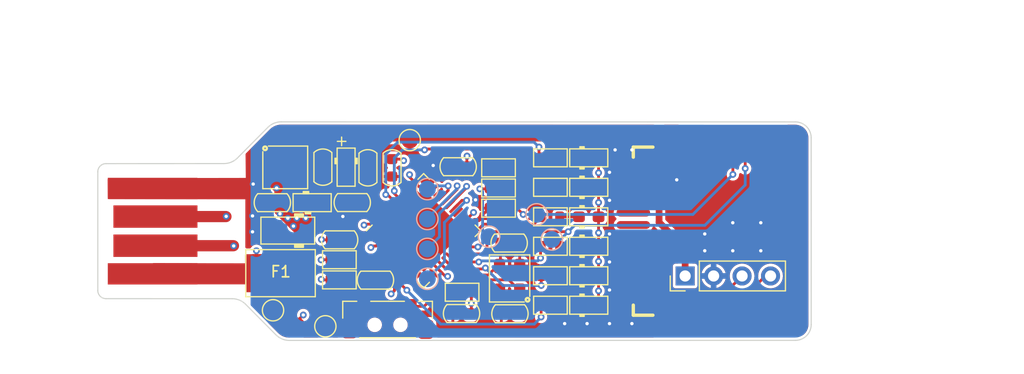
<source format=kicad_pcb>
(kicad_pcb (version 20211014) (generator pcbnew)
  (title_block (title "Redox W receiver PCB*") (company "Smart Navigation Systems d.o.o. Croatia"))
  (layers (0 "F.Cu" signal) (1 "In1.Cu" power) (2 "In2.Cu" power) (31 "B.Cu" signal) (34 "B.Paste" user) (35 "F.Paste" user) (36 "B.SilkS" user "B.Silkscreen") (37 "F.SilkS" user "F.Silkscreen") (38 "B.Mask" user) (39 "F.Mask" user) (44 "Edge.Cuts" user))
  (net 0 "")
  (net 1 "/AREF")
  (net 2 "GND")
  (net 3 "VCC")
  (net 4 "Net-(C5-Pad1)")
  (net 5 "UVCC")
  (net 6 "+3V3")
  (net 7 "Net-(C2-Pad2)")
  (net 8 "/FUSED")
  (net 9 "Net-(C4-Pad2)")
  (net 10 "Net-(D4-Pad1)")
  (net 11 "Net-(D5-Pad1)")
  (net 12 "Net-(D6-Pad1)")
  (net 13 "Net-(D7-Pad1)")
  (net 14 "Net-(D1-Pad1)")
  (net 15 "Net-(D3-Pad1)")
  (net 16 "SWDIO")
  (net 17 "SWCLK")
  (net 18 "RESET")
  (net 19 "/C_D3")
  (net 20 "/C_D2")
  (net 21 "/TX_LED")
  (net 22 "D+")
  (net 23 "Net-(R6-Pad1)")
  (net 24 "D-")
  (net 25 "/C_A3")
  (net 26 "/C_A2")
  (net 27 "TXO")
  (net 28 "TXODIV")
  (net 34 "RXI")
  (net 37 "PB4")
  (net 38 "PB5")
  (net 39 "PB6")
  (net 40 "PD7")
  (net 77 "/D-OUT")
  (net 78 "/D+OUT")
  (footprint "Diode_SMD_AKL:D_0603_1608Metric_Pad1.05x0.95mm" (layer "F.Cu") (at 104.65 67.21)
    (fp_text reference "D6" hide)
    (fp_text value "Blue" hide)
  )
  (footprint "Resistor_SMD_AKL:R_0603_1608Metric" (layer "F.Cu") (at 101.23 77.73)
    (fp_text reference "R2" hide)
    (fp_text value "1k" hide)
  )
  (footprint "Capacitor_SMD_AKL:C_0603_1608Metric" (layer "F.Cu") (at 83.55 71.2 180)
    (fp_text reference "C1" hide)
    (fp_text value "100n" hide)
  )
  (footprint "Resistor_SMD_AKL:R_0603_1608Metric" (layer "F.Cu") (at 101.23 80.36)
    (fp_text reference "R4" hide)
    (fp_text value "1k" hide)
  )
  (footprint "Capacitor_Tantalum_SMD_AKL:CP_EIA-1608-10_AVX-L_Pad1.25x1.05mm" (layer "F.Cu") (at 83 68.04 -90)
    (fp_text reference "C8" hide)
    (fp_text value "10uF" hide)
  )
  (footprint "Resistor_SMD_AKL:R_0603_1608Metric" (layer "F.Cu") (at 101.23 69.84)
    (fp_text reference "R9" hide)
    (fp_text value "1k" hide)
  )
  (footprint "TestPoint:TestPoint_Pad_D1.5mm" (layer "F.Cu") (at 88.68 65.63)
    (fp_text reference "TP3" hide)
    (fp_text value "TestPoint")
  )
  (footprint "Package_TO_SOT_SMD_AKL:SOT-23-5" (layer "F.Cu") (at 77.57 68.06)
    (fp_text reference "U1" hide)
    (fp_text value "TLV740P" hide)
  )
  (footprint "Resistor_SMD_AKL:R_0603_1608Metric" (layer "F.Cu") (at 101.23 75.1)
    (fp_text reference "R3" hide)
    (fp_text value "1k" hide)
  )
  (footprint "Diode_SMD_AKL:D_0603_1608Metric_Pad1.05x0.95mm" (layer "F.Cu") (at 104.65 80.36)
    (fp_text reference "D1" hide)
    (fp_text value "Yellow" hide)
  )
  (footprint "Diode_SMD_AKL:D_0603_1608Metric_Pad1.05x0.95mm" (layer "F.Cu") (at 104.65 77.73)
    (fp_text reference "D4" hide)
    (fp_text value "c-led" hide)
  )
  (footprint "Resistor_SMD_AKL:R_0603_1608Metric" (layer "F.Cu") (at 82.4 76.3)
    (fp_text reference "R7" hide)
    (fp_text value "22R" hide)
  )
  (footprint "Capacitor_SMD_AKL:C_0603_1608Metric" (layer "F.Cu") (at 87.1 68.1 -90)
    (fp_text reference "C11" hide)
    (fp_text value "100n" hide)
  )
  (footprint "Resistor_SMD_AKL:R_0603_1608Metric" (layer "F.Cu") (at 96.6 69.9)
    (fp_text reference "R12" hide)
    (fp_text value "R" hide)
  )
  (footprint "Resistor_SMD_AKL:R_0603_1608Metric" (layer "F.Cu") (at 101.23 67.21)
    (fp_text reference "R8" hide)
    (fp_text value "1k" hide)
  )
  (footprint "Connector_PinHeader_2.54mm:PinHeader_1x04_P2.54mm_Vertical" (layer "F.Cu") (at 113.25 77.75 90)
    (fp_text reference "J2" hide)
    (fp_text value "Conn_01x04")
  )
  (footprint "Diode_SMD_AKL:D_0603_1608Metric_Pad1.05x0.95mm" (layer "F.Cu") (at 104.65 72.47)
    (fp_text reference "D3" hide)
    (fp_text value "Green" hide)
  )
  (footprint "Diode_SMD_AKL:D_0603_1608Metric_Pad1.05x0.95mm" (layer "F.Cu") (at 104.65 69.84)
    (fp_text reference "D7" hide)
    (fp_text value "Red" hide)
  )
  (footprint "Capacitor_SMD_AKL:C_0603_1608Metric" (layer "F.Cu") (at 93 68 180)
    (fp_text reference "C12" hide)
    (fp_text value "100n" hide)
  )
  (footprint "Capacitor_SMD_AKL:C_0603_1608Metric" (layer "F.Cu") (at 80.93 68.04 -90)
    (fp_text reference "C9" hide)
    (fp_text value "1uF" hide)
  )
  (footprint "Resistor_SMD_AKL:R_0603_1608Metric" (layer "F.Cu") (at 93.35 79.2 180)
    (fp_text reference "R1" hide)
    (fp_text value "R" hide)
  )
  (footprint "Capacitor_SMD_AKL:C_0603_1608Metric" (layer "F.Cu") (at 82.425 74.525)
    (fp_text reference "C6" hide)
    (fp_text value "1uF" hide)
  )
  (footprint "Resistor_SMD_AKL:R_0603_1608Metric" (layer "F.Cu") (at 96.6 68.1)
    (fp_text reference "R10" hide)
    (fp_text value "R" hide)
  )
  (footprint "TestPoint:TestPoint_Pad_D1.5mm" (layer "F.Cu") (at 78.6 82.2)
    (fp_text reference "TP1" hide)
    (fp_text value "TestPoint")
  )
  (footprint "Resistor_SMD_AKL:R_0603_1608Metric" (layer "F.Cu") (at 101.23 72.47)
    (fp_text reference "R6" hide)
    (fp_text value "1k" hide)
  )
  (footprint "Capacitor_SMD_AKL:C_0603_1608Metric" (layer "F.Cu") (at 85.62 78.12 180)
    (fp_text reference "C5" hide)
    (fp_text value "1uF" hide)
  )
  (footprint "Capacitor_SMD_AKL:C_0603_1608Metric" (layer "F.Cu") (at 97.62 81.12)
    (fp_text reference "C4" hide)
    (fp_text value "22pF" hide)
  )
  (footprint "Capacitor_SMD_AKL:C_0603_1608Metric" (layer "F.Cu") (at 84.95 68.1 -90)
    (fp_text reference "C10" hide)
    (fp_text value "100n" hide)
  )
  (footprint "Fuse_AKL:Fuse_1812_4532Metric" (layer "F.Cu") (at 77.15 77.5)
    (fp_text reference "F1")
    (fp_text value "Polyfuse" hide)
  )
  (footprint "Diode_SMD_AKL:D_SOD-123" (layer "F.Cu") (at 77.8 73.7 180)
    (fp_text reference "D2" hide)
    (fp_text value "1N4148" hide)
  )
  (footprint "Crystal_AKL:Crystal_SMD_EuroQuartz_MT-4Pin_3.2x2.5mm" (layer "F.Cu") (at 97.59 77.97 90)
    (fp_text reference "Y1" hide)
    (fp_text value "16MHz" hide)
  )
  (footprint "local:YJ-14015" (layer "F.Cu") (at 128.625 73.75)
    (fp_text reference "U3" hide)
    (fp_text value "YJ-14015" hide)
  )
  (footprint "Capacitor_SMD_AKL:C_0603_1608Metric" (layer "F.Cu") (at 93.3 81.1 180)
    (fp_text reference "C13" hide)
    (fp_text value "100n" hide)
  )
  (footprint "Resistor_SMD_AKL:R_0603_1608Metric" (layer "F.Cu") (at 82.4 78.1)
    (fp_text reference "R5" hide)
    (fp_text value "22R" hide)
  )
  (footprint "Capacitor_SMD_AKL:C_0603_1608Metric" (layer "F.Cu") (at 97.55 74.81 180)
    (fp_text reference "C2" hide)
    (fp_text value "22pF" hide)
  )
  (footprint "TestPoint:TestPoint_Pad_D1.5mm" (layer "F.Cu") (at 81.15 82.24)
    (fp_text reference "TP2" hide)
    (fp_text value "TestPoint")
  )
  (footprint "Diode_SMD_AKL:D_0603_1608Metric_Pad1.05x0.95mm" (layer "F.Cu") (at 104.65 75.1)
    (fp_text reference "D5" hide)
    (fp_text value "Green" hide)
  )
  (footprint "Capacitor_SMD_AKL:C_0603_1608Metric" (layer "F.Cu") (at 76.42 71.21 180)
    (fp_text reference "C7" hide)
    (fp_text value "1uF" hide)
  )
  (footprint "TestPoint:TestPoint_Pad_D1.5mm" (layer "F.Cu") (at 76.48 80.81)
    (fp_text reference "TP8" hide)
    (fp_text value "TestPoint")
  )
  (footprint "local:BZCN_TSB001A3512A" (layer "F.Cu") (at 86.7 81.51 180)
    (fp_text reference "SW1" hide)
    (fp_text value "SW_Push" hide)
  )
  (footprint "local:usb-PCB" (layer "F.Cu") (at 60.8375 73.75 -90)
    (fp_text reference "J1" hide)
    (fp_text value "USB_A_PLUG" hide)
  )
  (footprint "Capacitor_Tantalum_SMD_AKL:CP_EIA-1608-10_AVX-L_Pad1.25x1.05mm" (layer "F.Cu") (at 79.97 71.21)
    (fp_text reference "C3" hide)
    (fp_text value "10uF" hide)
  )
  (footprint "Package_DFN_QFN:QFN-44-1EP_7x7mm_P0.5mm_EP5.2x5.2mm" (layer "F.Cu") (at 89.919239 73.719239 45)
    (fp_text reference "U2" hide)
    (fp_text value "ATmega32U4-M")
  )
  (footprint "Resistor_SMD_AKL:R_0603_1608Metric" (layer "F.Cu") (at 96.6 71.7 180)
    (fp_text reference "R11" hide)
    (fp_text value "R" hide)
  )
  (footprint "TestPoint:TestPoint_Pad_D1.5mm" (layer "B.Cu") (at 101.36 74.49 180)
    (fp_text reference "TP12" hide)
    (fp_text value "TestPoint")
  )
  (footprint "TestPoint:TestPoint_Pad_D1.5mm" (layer "B.Cu") (at 90.25 70 180)
    (fp_text reference "TP6" hide)
    (fp_text value "TestPoint")
  )
  (footprint "TestPoint:TestPoint_Pad_D1.5mm" (layer "B.Cu") (at 90.25 72.666666 180)
    (fp_text reference "TP5" hide)
    (fp_text value "TestPoint")
  )
  (footprint "TestPoint:TestPoint_Pad_D1.5mm" (layer "B.Cu") (at 95.75 74.25 180)
    (fp_text reference "TP13" hide)
    (fp_text value "TestPoint")
  )
  (footprint "TestPoint:TestPoint_Pad_D1.5mm" (layer "B.Cu") (at 90.25 78 180)
    (fp_text reference "TP7" hide)
    (fp_text value "TestPoint")
  )
  (footprint "TestPoint:TestPoint_Pad_D1.5mm" (layer "B.Cu") (at 90.25 75.333332 180)
    (fp_text reference "TP4" hide)
    (fp_text value "TestPoint")
  )
  (footprint "TestPoint:TestPoint_Pad_D1.5mm" (layer "B.Cu") (at 100 72.25 180)
    (fp_text reference "TP11" hide)
    (fp_text value "TestPoint")
  )
  (gr_line (start 60.846168 68.456236) (end 60.846168 79.043764) (layer "Edge.Cuts") (width 0.1))
  (gr_arc (start 73.300042 67.227069) (mid 72.754046 67.591891) (end 72.11 67.72) (layer "Edge.Cuts") (width 0.1))
  (gr_arc (start 60.846168 68.456236) (mid 61.06 67.94) (end 61.576236 67.726168) (layer "Edge.Cuts") (width 0.1))
  (gr_arc (start 124.5 82.075908) (mid 124.084092 83.08) (end 123.08 83.495908) (layer "Edge.Cuts") (width 0.1))
  (gr_line (start 61.576236 79.773832) (end 72.839979 79.778534) (layer "Edge.Cuts") (width 0.1))
  (gr_arc (start 76.02 64.49) (mid 76.565996 64.125178) (end 77.210042 63.997069) (layer "Edge.Cuts") (width 0.1))
  (gr_line (start 76.749979 83.008534) (end 74.030021 80.271465) (layer "Edge.Cuts") (width 0.1))
  (gr_arc (start 61.576236 79.773832) (mid 61.06 79.56) (end 60.846168 79.043764) (layer "Edge.Cuts") (width 0.1))
  (gr_arc (start 77.940021 83.501465) (mid 77.295975 83.373357) (end 76.749979 83.008534) (layer "Edge.Cuts") (width 0.1))
  (gr_line (start 77.940021 83.501465) (end 123.08 83.495908) (layer "Edge.Cuts") (width 0.1))
  (gr_arc (start 123.075908 64.004092) (mid 124.08 64.42) (end 124.495908 65.424092) (layer "Edge.Cuts") (width 0.1))
  (gr_line (start 124.5 82.075908) (end 124.495908 65.424092) (layer "Edge.Cuts") (width 0.1))
  (gr_line (start 73.300042 67.227069) (end 76.02 64.49) (layer "Edge.Cuts") (width 0.1))
  (gr_arc (start 72.839979 79.778534) (mid 73.484025 79.906642) (end 74.030021 80.271465) (layer "Edge.Cuts") (width 0.1))
  (gr_line (start 61.576236 67.726168) (end 72.11 67.72) (layer "Edge.Cuts") (width 0.1))
  (gr_line (start 77.210042 63.997069) (end 123.075908 64.004092) (layer "Edge.Cuts") (width 0.1))
  (segment (start 85.27868 71.2) (end 86.49861 72.41993) (width 0.25) (layer "F.Cu") (net 1))
  (segment (start 84.325 71.2) (end 85.27868 71.2) (width 0.25) (layer "F.Cu") (net 1))
  (segment (start 87.903427 68.875) (end 88.973484 69.945057) (width 0.25) (layer "F.Cu") (net 2))
  (segment (start 87.1 68.875) (end 87.903427 68.875) (width 0.25) (layer "F.Cu") (net 2))
  (segment (start 94.445 72.705) (end 94.77 72.705) (width 0.25) (layer "F.Cu") (net 2))
  (segment (start 94.77 72.705) (end 95.775 71.7) (width 0.25) (layer "F.Cu") (net 2))
  (segment (start 94.046975 73.103025) (end 94.445 72.705) (width 0.25) (layer "F.Cu") (net 2))
  (segment (start 94.046975 73.127037) (end 94.046975 73.103025) (width 0.25) (layer "F.Cu") (net 2))
  (via (at 106.5 71) (size 0.6) (drill 0.3) (layers "F.Cu" "B.Cu") (net 2))
  (via (at 107 66.5) (size 0.6) (drill 0.3) (layers "F.Cu" "B.Cu") (net 2))
  (via (at 120 73) (size 0.6) (drill 0.3) (layers "F.Cu" "B.Cu") (net 2))
  (via (at 102.5 82) (size 0.6) (drill 0.3) (layers "F.Cu" "B.Cu") (net 2))
  (via (at 115 75.5) (size 0.6) (drill 0.3) (layers "F.Cu" "B.Cu") (net 2))
  (via (at 108.5 66.5) (size 0.6) (drill 0.3) (layers "F.Cu" "B.Cu") (net 2))
  (via (at 115 74) (size 0.6) (drill 0.3) (layers "F.Cu" "B.Cu") (net 2))
  (via (at 106.5 82) (size 0.6) (drill 0.3) (layers "F.Cu" "B.Cu") (net 2))
  (via (at 74.65 73.81) (size 0.6) (drill 0.3) (layers "F.Cu" "B.Cu") (net 2))
  (via (at 117.5 73) (size 0.6) (drill 0.3) (layers "F.Cu" "B.Cu") (net 2))
  (via (at 106.5 68.5) (size 0.6) (drill 0.3) (layers "F.Cu" "B.Cu") (net 2))
  (via (at 82.71 72.44) (size 0.6) (drill 0.3) (layers "F.Cu" "B.Cu") (net 2))
  (via (at 94.548426 70.958523) (size 0.6) (drill 0.3) (layers "F.Cu" "B.Cu") (net 2))
  (via (at 106.5 79) (size 0.6) (drill 0.3) (layers "F.Cu" "B.Cu") (net 2))
  (via (at 112.5 69.17) (size 0.6) (drill 0.3) (layers "F.Cu" "B.Cu") (net 2))
  (via (at 90.77 67.89) (size 0.6) (drill 0.3) (layers "F.Cu" "B.Cu") (net 2))
  (via (at 106.5 74) (size 0.6) (drill 0.3) (layers "F.Cu" "B.Cu") (net 2))
  (via (at 104.5 82) (size 0.6) (drill 0.3) (layers "F.Cu" "B.Cu") (net 2))
  (via (at 108.5 82) (size 0.6) (drill 0.3) (layers "F.Cu" "B.Cu") (net 2))
  (via (at 117.5 75.5) (size 0.6) (drill 0.3) (layers "F.Cu" "B.Cu") (net 2))
  (via (at 120 75.5) (size 0.6) (drill 0.3) (layers "F.Cu" "B.Cu") (net 2))
  (via (at 74.65 72.39) (size 0.6) (drill 0.3) (layers "F.Cu" "B.Cu") (net 2))
  (via (at 106.5 76.5) (size 0.6) (drill 0.3) (layers "F.Cu" "B.Cu") (net 2))
  (via (at 74.71 69.55) (size 0.6) (drill 0.3) (layers "F.Cu" "B.Cu") (net 2))
  (segment (start 93.775 68) (end 93.775 67.065) (width 0.25) (layer "F.Cu") (net 3))
  (segment (start 76.023794 67.11) (end 75.49 67.643794) (width 0.5) (layer "F.Cu") (net 3))
  (segment (start 75.97 69.01) (end 76.47 69.01) (width 0.5) (layer "F.Cu") (net 3))
  (segment (start 75.49 67.643794) (end 75.49 68.53) (width 0.5) (layer "F.Cu") (net 3))
  (segment (start 91.85868 77.78) (end 92.06 77.78) (width 0.25) (layer "F.Cu") (net 3))
  (segment (start 84.682963 73.127037) (end 84.6 73.21) (width 0.25) (layer "F.Cu") (net 3))
  (segment (start 93.775 67.065) (end 93.79 67.05) (width 0.25) (layer "F.Cu") (net 3))
  (segment (start 78.6 81.81) (end 79.18 81.23) (width 0.25) (layer "F.Cu") (net 3))
  (segment (start 87.1 67.325) (end 87.995 67.325) (width 0.25) (layer "F.Cu") (net 3))
  (segment (start 78.6 82.2) (end 78.6 81.81) (width 0.25) (layer "F.Cu") (net 3))
  (segment (start 87.995 67.325) (end 88.131589 67.461589) (width 0.25) (layer "F.Cu") (net 3))
  (segment (start 105.525 71.195) (end 105.525 72.47) (width 0.25) (layer "F.Cu") (net 3))
  (segment (start 94.37 72.09) (end 94.37 72.08) (width 0.25) (layer "F.Cu") (net 3))
  (segment (start 105.525 79.075) (end 105.525 80.36) (width 0.25) (layer "F.Cu") (net 3))
  (segment (start 93.693421 72.766579) (end 94.37 72.09) (width 0.25) (layer "F.Cu") (net 3))
  (segment (start 105.525 76.445) (end 105.525 77.73) (width 0.25) (layer "F.Cu") (net 3))
  (segment (start 105.525 69.84) (end 105.525 71.195) (width 0.25) (layer "F.Cu") (net 3))
  (segment (start 89.327037 69.591503) (end 88.675534 68.94) (width 0.25) (layer "F.Cu") (net 3))
  (segment (start 105.525 75.1) (end 105.525 76.445) (width 0.25) (layer "F.Cu") (net 3))
  (segment (start 94.175 81) (end 94.075 81.1) (width 0.25) (layer "F.Cu") (net 3))
  (segment (start 91.218548 77.139868) (end 91.85868 77.78) (width 0.25) (layer "F.Cu") (net 3))
  (segment (start 85.791503 73.127037) (end 84.682963 73.127037) (width 0.25) (layer "F.Cu") (net 3))
  (segment (start 75.49 68.53) (end 75.97 69.01) (width 0.5) (layer "F.Cu") (net 3))
  (segment (start 93.693421 72.773484) (end 93.693421 72.766579) (width 0.25) (layer "F.Cu") (net 3))
  (segment (start 105.525 68.545) (end 105.525 69.84) (width 0.25) (layer "F.Cu") (net 3))
  (segment (start 105.525 72.47) (end 105.525 73.895) (width 0.25) (layer "F.Cu") (net 3))
  (segment (start 94.175 79.2) (end 94.175 81) (width 0.25) (layer "F.Cu") (net 3))
  (segment (start 105.525 67.21) (end 105.525 68.545) (width 0.25) (layer "F.Cu") (net 3))
  (segment (start 88.675534 68.94) (end 88.675534 68.725534) (width 0.25) (layer "F.Cu") (net 3))
  (segment (start 105.525 73.895) (end 105.525 75.1) (width 0.25) (layer "F.Cu") (net 3))
  (segment (start 76.47 67.11) (end 76.023794 67.11) (width 0.5) (layer "F.Cu") (net 3))
  (segment (start 88.675534 68.725534) (end 88.66 68.71) (width 0.25) (layer "F.Cu") (net 3))
  (segment (start 105.525 77.73) (end 105.525 79.075) (width 0.25) (layer "F.Cu") (net 3))
  (via (at 77.8 72.6) (size 0.6) (drill 0.3) (layers "F.Cu" "B.Cu") (net 3))
  (via (at 105.525 79.075) (size 0.6) (drill 0.3) (layers "F.Cu" "B.Cu") (net 3))
  (via (at 76.8 69.9) (size 0.6) (drill 0.3) (layers "F.Cu" "B.Cu") (net 3))
  (via (at 94.175 80.185) (size 0.6) (drill 0.3) (layers "F.Cu" "B.Cu") (net 3))
  (via (at 88.131589 67.461589) (size 0.6) (drill 0.3) (layers "F.Cu" "B.Cu") (net 3))
  (via (at 94.37 72.08) (size 0.6) (drill 0.3) (layers "F.Cu" "B.Cu") (net 3))
  (via (at 79.18 81.23) (size 0.6) (drill 0.3) (layers "F.Cu" "B.Cu") (net 3))
  (via (at 79.4 72.6) (size 0.6) (drill 0.3) (layers "F.Cu" "B.Cu") (net 3))
  (via (at 105.525 71.195) (size 0.6) (drill 0.3) (layers "F.Cu" "B.Cu") (net 3))
  (via (at 77.1 72.2) (size 0.6) (drill 0.3) (layers "F.Cu" "B.Cu") (net 3))
  (via (at 93.79 67.05) (size 0.6) (drill 0.3) (layers "F.Cu" "B.Cu") (net 3))
  (via (at 88.66 68.71) (size 0.6) (drill 0.3) (layers "F.Cu" "B.Cu") (net 3))
  (via (at 84.6 73.21) (size 0.6) (drill 0.3) (layers "F.Cu" "B.Cu") (net 3))
  (via (at 78.3 73.3) (size 0.6) (drill 0.3) (layers "F.Cu" "B.Cu") (net 3))
  (via (at 105.525 76.445) (size 0.6) (drill 0.3) (layers "F.Cu" "B.Cu") (net 3))
  (via (at 78.6 72.6) (size 0.6) (drill 0.3) (layers "F.Cu" "B.Cu") (net 3))
  (via (at 105.525 68.545) (size 0.6) (drill 0.3) (layers "F.Cu" "B.Cu") (net 3))
  (via (at 105.525 73.895) (size 0.6) (drill 0.3) (layers "F.Cu" "B.Cu") (net 3))
  (via (at 92.06 77.78) (size 0.6) (drill 0.3) (layers "F.Cu" "B.Cu") (net 3))
  (segment (start 86.71 76.92) (end 86.71 77.805) (width 0.25) (layer "F.Cu") (net 4))
  (segment (start 87.550792 76.079208) (end 86.71 76.92) (width 0.25) (layer "F.Cu") (net 4))
  (segment (start 86.71 77.805) (end 86.395 78.12) (width 0.25) (layer "F.Cu") (net 4))
  (segment (start 75.0125 79.2725) (end 76.48 80.74) (width 0.25) (layer "F.Cu") (net 5))
  (segment (start 75.0125 77.5) (end 75.0125 79.2725) (width 0.25) (layer "F.Cu") (net 5))
  (segment (start 81.65 74.525) (end 80.825 74.525) (width 0.25) (layer "F.Cu") (net 5))
  (segment (start 87.912824 76.432761) (end 87.310499 77.035086) (width 0.25) (layer "F.Cu") (net 5))
  (segment (start 85.660329 75.079011) (end 85.344006 75.079011) (width 0.25) (layer "F.Cu") (net 5))
  (segment (start 86.074346 74.664994) (end 85.660329 75.079011) (width 0.25) (layer "F.Cu") (net 5))
  (segment (start 87.310499 79.059501) (end 87.02 79.35) (width 0.25) (layer "F.Cu") (net 5))
  (segment (start 76.48 80.74) (end 76.48 80.81) (width 0.25) (layer "F.Cu") (net 5))
  (segment (start 75 77.4875) (end 75.0125 77.5) (width 0.25) (layer "F.Cu") (net 5))
  (segment (start 87.310499 77.035086) (end 87.310499 79.059501) (width 0.25) (layer "F.Cu") (net 5))
  (segment (start 75 75.5) (end 75 77.4875) (width 0.25) (layer "F.Cu") (net 5))
  (segment (start 85.344006 75.079011) (end 85.213442 75.209575) (width 0.25) (layer "F.Cu") (net 5))
  (segment (start 80.825 74.525) (end 80.8 74.5) (width 0.25) (layer "F.Cu") (net 5))
  (segment (start 86.145057 74.664994) (end 86.074346 74.664994) (width 0.25) (layer "F.Cu") (net 5))
  (via (at 75 75.5) (size 0.6) (drill 0.3) (layers "F.Cu" "B.Cu") (net 5))
  (via (at 85.213442 75.209575) (size 0.6) (drill 0.3) (layers "F.Cu" "B.Cu") (net 5))
  (via (at 87.02 79.35) (size 0.6) (drill 0.3) (layers "F.Cu" "B.Cu") (net 5))
  (via (at 80.8 74.5) (size 0.6) (drill 0.3) (layers "F.Cu" "B.Cu") (net 5))
  (segment (start 85.72 65.45) (end 109.73 65.45) (width 0.6) (layer "F.Cu") (net 6))
  (segment (start 110.325 65.45) (end 110.925 66.05) (width 0.6) (layer "F.Cu") (net 6))
  (segment (start 113.25 75.29) (end 113.25 77.75) (width 0.6) (layer "F.Cu") (net 6))
  (segment (start 110.925 72.965) (end 113.25 75.29) (width 0.6) (layer "F.Cu") (net 6))
  (segment (start 110.925 66.05) (end 110.925 72.965) (width 0.6) (layer "F.Cu") (net 6))
  (segment (start 109.73 65.45) (end 110.325 65.45) (width 0.6) (layer "F.Cu") (net 6))
  (segment (start 84.95 66.22) (end 85.72 65.45) (width 0.6) (layer "F.Cu") (net 6))
  (segment (start 84.95 67.325) (end 84.95 66.22) (width 0.6) (layer "F.Cu") (net 6))
  (segment (start 96.77 74.815) (end 96.77 76.79) (width 0.25) (layer "F.Cu") (net 7))
  (segment (start 92.279208 76.079208) (end 93.862249 77.662249) (width 0.25) (layer "F.Cu") (net 7))
  (segment (start 95.69031 77.662249) (end 96.482559 76.87) (width 0.25) (layer "F.Cu") (net 7))
  (segment (start 96.77 76.79) (end 96.69 76.87) (width 0.25) (layer "F.Cu") (net 7))
  (segment (start 96.482559 76.87) (end 96.69 76.87) (width 0.25) (layer "F.Cu") (net 7))
  (segment (start 96.775 74.81) (end 96.77 74.815) (width 0.25) (layer "F.Cu") (net 7))
  (segment (start 93.862249 77.662249) (end 95.69031 77.662249) (width 0.25) (layer "F.Cu") (net 7))
  (segment (start 97.512907 78.092907) (end 98.49 79.07) (width 0.25) (layer "F.Cu") (net 9))
  (segment (start 95.895342 78.092907) (end 97.512907 78.092907) (width 0.25) (layer "F.Cu") (net 9))
  (segment (start 93.604643 78.11175) (end 95.876499 78.11175) (width 0.25) (layer "F.Cu") (net 9))
  (segment (start 98.49 79.07) (end 98.48 79.08) (width 0.25) (layer "F.Cu") (net 9))
  (segment (start 95.876499 78.11175) (end 95.895342 78.092907) (width 0.25) (layer "F.Cu") (net 9))
  (segment (start 91.925654 76.432761) (end 93.604643 78.11175) (width 0.25) (layer "F.Cu") (net 9))
  (segment (start 98.48 81.035) (end 98.395 81.12) (width 0.25) (layer "F.Cu") (net 9))
  (segment (start 98.48 79.08) (end 98.48 81.035) (width 0.25) (layer "F.Cu") (net 9))
  (segment (start 102.055 77.73) (end 103.775 77.73) (width 0.25) (layer "F.Cu") (net 10))
  (segment (start 102.055 75.1) (end 103.775 75.1) (width 0.25) (layer "F.Cu") (net 11))
  (segment (start 102.055 67.21) (end 103.775 67.21) (width 0.25) (layer "F.Cu") (net 12))
  (segment (start 102.055 69.84) (end 103.775 69.84) (width 0.25) (layer "F.Cu") (net 13))
  (segment (start 102.055 80.36) (end 103.775 80.36) (width 0.25) (layer "F.Cu") (net 14))
  (segment (start 102.055 72.47) (end 103.775 72.47) (width 0.25) (layer "F.Cu") (net 15))
  (segment (start 118.33 77.75) (end 117.525 78.555) (width 0.25) (layer "F.Cu") (net 16))
  (segment (start 117.525 78.555) (end 117.525 81.45) (width 0.25) (layer "F.Cu") (net 16))
  (segment (start 118.625 79.535) (end 118.625 81.45) (width 0.25) (layer "F.Cu") (net 17))
  (segment (start 120.87 77.75) (end 120.41 77.75) (width 0.25) (layer "F.Cu") (net 17))
  (segment (start 120.41 77.75) (end 118.625 79.535) (width 0.25) (layer "F.Cu") (net 17))
  (segment (start 91.89 78.53) (end 92.525 79.165) (width 0.25) (layer "F.Cu") (net 18))
  (segment (start 88.8 80.46) (end 89.96 80.46) (width 0.25) (layer "F.Cu") (net 18))
  (segment (start 92.525 79.165) (end 92.525 79.2) (width 0.25) (layer "F.Cu") (net 18))
  (segment (start 90.864994 77.493421) (end 90.864994 77.504994) (width 0.25) (layer "F.Cu") (net 18))
  (segment (start 89.96 80.46) (end 91.89 78.53) (width 0.25) (layer "F.Cu") (net 18))
  (segment (start 90.864994 77.504994) (end 91.89 78.53) (width 0.25) (layer "F.Cu") (net 18))
  (segment (start 100.41 78.6) (end 100.41 77.735) (width 0.25) (layer "F.Cu") (net 19))
  (segment (start 92.632761 75.725654) (end 94.031607 77.1245) (width 0.25) (layer "F.Cu") (net 19))
  (segment (start 95.344882 77.1245) (end 95.431633 77.037749) (width 0.25) (layer "F.Cu") (net 19))
  (segment (start 94.031607 77.1245) (end 95.344882 77.1245) (width 0.25) (layer "F.Cu") (net 19))
  (via (at 95.431633 77.037749) (size 0.6) (drill 0.3) (layers "F.Cu" "B.Cu") (net 19))
  (via (at 100.41 78.6) (size 0.6) (drill 0.3) (layers "F.Cu" "B.Cu") (net 19))
  (segment (start 100.41 78.6) (end 96.993884 78.6) (width 0.25) (layer "B.Cu") (net 19))
  (segment (start 96.993884 78.6) (end 95.431633 77.037749) (width 0.25) (layer "B.Cu") (net 19))
  (segment (start 100.35 76.15) (end 100.35 75.155) (width 0.25) (layer "F.Cu") (net 20))
  (segment (start 92.986315 75.372101) (end 94.114214 76.5) (width 0.25) (layer "F.Cu") (net 20))
  (segment (start 94.114214 76.5) (end 94.84 76.5) (width 0.25) (layer "F.Cu") (net 20))
  (via (at 94.84 76.5) (size 0.6) (drill 0.3) (layers "F.Cu" "B.Cu") (net 20))
  (via (at 100.35 76.15) (size 0.6) (drill 0.3) (layers "F.Cu" "B.Cu") (net 20))
  (segment (start 94.84 76.5) (end 94.9355 76.4045) (width 0.25) (layer "B.Cu") (net 20))
  (segment (start 100.0955 76.4045) (end 100.35 76.15) (width 0.25) (layer "B.Cu") (net 20))
  (segment (start 94.9355 76.4045) (end 100.0955 76.4045) (width 0.25) (layer "B.Cu") (net 20))
  (segment (start 88.266377 76.786315) (end 87.76 77.292692) (width 0.25) (layer "F.Cu") (net 21))
  (segment (start 100.4 81.41) (end 100.4 80.365) (width 0.25) (layer "F.Cu") (net 21))
  (segment (start 87.76 77.292692) (end 87.76 78.36) (width 0.25) (layer "F.Cu") (net 21))
  (segment (start 87.76 78.36) (end 88.42 79.02) (width 0.25) (layer "F.Cu") (net 21))
  (segment (start 100.4 80.365) (end 100.405 80.36) (width 0.25) (layer "F.Cu") (net 21))
  (via (at 88.42 79.02) (size 0.6) (drill 0.3) (layers "F.Cu" "B.Cu") (net 21))
  (via (at 100.4 81.41) (size 0.6) (drill 0.3) (layers "F.Cu" "B.Cu") (net 21))
  (segment (start 99.79 82.04) (end 100.4 81.43) (width 0.25) (layer "B.Cu") (net 21))
  (segment (start 100.4 81.43) (end 100.4 81.41) (width 0.25) (layer "B.Cu") (net 21))
  (segment (start 91.44 82.04) (end 99.79 82.04) (width 0.25) (layer "B.Cu") (net 21))
  (segment (start 88.42 79.02) (end 91.44 82.04) (width 0.25) (layer "B.Cu") (net 21))
  (segment (start 84.56 76.26) (end 83.225 77.595) (width 0.2) (layer "F.Cu") (net 22))
  (segment (start 83.225 77.595) (end 83.225 78.1) (width 0.2) (layer "F.Cu") (net 22))
  (segment (start 86.852163 75.372101) (end 85.964264 76.26) (width 0.2) (layer "F.Cu") (net 22))
  (segment (start 85.964264 76.26) (end 84.56 76.26) (width 0.2) (layer "F.Cu") (net 22))
  (segment (start 99.745 73.13) (end 100.405 72.47) (width 0.25) (layer "F.Cu") (net 23))
  (segment (start 94.078559 74.311441) (end 95.26 73.13) (width 0.25) (layer "F.Cu") (net 23))
  (segment (start 94.046975 74.311441) (end 94.078559 74.311441) (width 0.25) (layer "F.Cu") (net 23))
  (segment (start 95.26 73.13) (end 99.745 73.13) (width 0.25) (layer "F.Cu") (net 23))
  (segment (start 85.656659 75.860499) (end 86.49861 75.018548) (width 0.2) (layer "F.Cu") (net 24))
  (segment (start 83.664501 75.860499) (end 85.656659 75.860499) (width 0.2) (layer "F.Cu") (net 24))
  (segment (start 83.225 76.3) (end 83.664501 75.860499) (width 0.2) (layer "F.Cu") (net 24))
  (segment (start 86.69 70.49) (end 86.54 70.49) (width 0.25) (layer "F.Cu") (net 25))
  (segment (start 100.21 66.25) (end 100.21 67.015) (width 0.25) (layer "F.Cu") (net 25))
  (segment (start 100.21 67.015) (end 100.405 67.21) (width 0.25) (layer "F.Cu") (net 25))
  (segment (start 87.55927 71.35927) (end 86.69 70.49) (width 0.25) (layer "F.Cu") (net 25))
  (via (at 86.54 70.49) (size 0.6) (drill 0.3) (layers "F.Cu" "B.Cu") (net 25))
  (via (at 100.21 66.25) (size 0.6) (drill 0.3) (layers "F.Cu" "B.Cu") (net 25))
  (segment (start 86.54 70.49) (end 86.54 66.87431) (width 0.25) (layer "B.Cu") (net 25))
  (segment (start 87.563811 65.850499) (end 87.593811 65.850499) (width 0.25) (layer "B.Cu") (net 25))
  (segment (start 87.633811 65.810499) (end 99.770499 65.810499) (width 0.25) (layer "B.Cu") (net 25))
  (segment (start 86.54 66.87431) (end 87.563811 65.850499) (width 0.25) (layer "B.Cu") (net 25))
  (segment (start 99.770499 65.810499) (end 100.21 66.25) (width 0.25) (layer "B.Cu") (net 25))
  (segment (start 87.593811 65.850499) (end 87.633811 65.810499) (width 0.25) (layer "B.Cu") (net 25))
  (segment (start 90.075 66.425) (end 90 66.5) (width 0.25) (layer "F.Cu") (net 26))
  (segment (start 87.3 70.392893) (end 87.3 70.16) (width 0.25) (layer "F.Cu") (net 26))
  (segment (start 98.655 66.425) (end 90.075 66.425) (width 0.25) (layer "F.Cu") (net 26))
  (segment (start 100.175 69.84) (end 99.42 69.085) (width 0.25) (layer "F.Cu") (net 26))
  (segment (start 99.42 67.19) (end 98.655 66.425) (width 0.25) (layer "F.Cu") (net 26))
  (segment (start 87.912824 71.005717) (end 87.3 70.392893) (width 0.25) (layer "F.Cu") (net 26))
  (segment (start 99.42 69.085) (end 99.42 67.19) (width 0.25) (layer "F.Cu") (net 26))
  (via (at 90 66.5) (size 0.6) (drill 0.3) (layers "F.Cu" "B.Cu") (net 26))
  (via (at 87.3 70.16) (size 0.6) (drill 0.3) (layers "F.Cu" "B.Cu") (net 26))
  (segment (start 87.3 67.225) (end 88.025 66.5) (width 0.25) (layer "B.Cu") (net 26))
  (segment (start 88.025 66.5) (end 90 66.5) (width 0.25) (layer "B.Cu") (net 26))
  (segment (start 87.3 70.16) (end 87.3 67.225) (width 0.25) (layer "B.Cu") (net 26))
  (segment (start 93.693421 74.664994) (end 94.188427 75.16) (width 0.25) (layer "F.Cu") (net 27))
  (segment (start 94.188427 75.16) (end 94.76 75.16) (width 0.25) (layer "F.Cu") (net 27))
  (segment (start 94.93 69.98) (end 95.695 69.98) (width 0.25) (layer "F.Cu") (net 27))
  (segment (start 95.695 69.98) (end 95.775 69.9) (width 0.25) (layer "F.Cu") (net 27))
  (segment (start 95.775 68.1) (end 95.775 69.9) (width 0.25) (layer "F.Cu") (net 27))
  (via (at 94.93 69.98) (size 0.6) (drill 0.3) (layers "F.Cu" "B.Cu") (net 27))
  (via (at 94.76 75.16) (size 0.6) (drill 0.3) (layers "F.Cu" "B.Cu") (net 27))
  (segment (start 94.93 69.98) (end 95.18 70.23) (width 0.25) (layer "B.Cu") (net 27))
  (segment (start 95.18 74.88) (end 94.9 75.16) (width 0.25) (layer "B.Cu") (net 27))
  (segment (start 94.9 75.16) (end 94.76 75.16) (width 0.25) (layer "B.Cu") (net 27))
  (segment (start 95.18 70.23) (end 95.18 74.88) (width 0.25) (layer "B.Cu") (net 27))
  (segment (start 97.425 69.9) (end 97.425 71.7) (width 0.25) (layer "F.Cu") (net 28))
  (segment (start 117.51 66.065) (end 117.525 66.05) (width 0.25) (layer "F.Cu") (net 28))
  (segment (start 98.24 71.7) (end 98.8 72.26) (width 0.25) (layer "F.Cu") (net 28))
  (segment (start 97.425 68.1) (end 97.425 69.9) (width 0.25) (layer "F.Cu") (net 28))
  (segment (start 117.51 68.69) (end 117.51 66.065) (width 0.25) (layer "F.Cu") (net 28))
  (segment (start 97.425 71.7) (end 98.24 71.7) (width 0.25) (layer "F.Cu") (net 28))
  (via (at 117.51 68.69) (size 0.6) (drill 0.3) (layers "F.Cu" "B.Cu") (net 28))
  (via (at 98.8 72.26) (size 0.6) (drill 0.3) (layers "F.Cu" "B.Cu") (net 28))
  (segment (start 98.8 72.26) (end 113.94 72.26) (width 0.25) (layer "B.Cu") (net 28))
  (segment (start 113.94 72.26) (end 117.51 68.69) (width 0.25) (layer "B.Cu") (net 28))
  (segment (start 118.61 66.065) (end 118.625 66.05) (width 0.25) (layer "F.Cu") (net 34))
  (segment (start 96.29 73.8) (end 102.82 73.8) (width 0.25) (layer "F.Cu") (net 34))
  (segment (start 95.1355 75.7845) (end 95.57 75.35) (width 0.25) (layer "F.Cu") (net 34))
  (segment (start 95.57 75.35) (end 95.57 74.52) (width 0.25) (layer "F.Cu") (net 34))
  (segment (start 93.339868 75.018548) (end 94.10582 75.7845) (width 0.25) (layer "F.Cu") (net 34))
  (segment (start 118.61 68.16) (end 118.61 66.065) (width 0.25) (layer "F.Cu") (net 34))
  (segment (start 95.57 74.52) (end 96.29 73.8) (width 0.25) (layer "F.Cu") (net 34))
  (segment (start 94.10582 75.7845) (end 95.1355 75.7845) (width 0.25) (layer "F.Cu") (net 34))
  (via (at 118.61 68.16) (size 0.6) (drill 0.3) (layers "F.Cu" "B.Cu") (net 34))
  (via (at 102.82 73.8) (size 0.6) (drill 0.3) (layers "F.Cu" "B.Cu") (net 34))
  (segment (start 102.82 73.8) (end 103.39 73.23) (width 0.25) (layer "B.Cu") (net 34))
  (segment (start 101.36 74.49) (end 102.13 74.49) (width 0.25) (layer "B.Cu") (net 34))
  (segment (start 115.01 73.23) (end 118.61 69.63) (width 0.25) (layer "B.Cu") (net 34))
  (segment (start 102.13 74.49) (end 102.82 73.8) (width 0.25) (layer "B.Cu") (net 34))
  (segment (start 118.61 69.63) (end 118.61 68.16) (width 0.25) (layer "B.Cu") (net 34))
  (segment (start 103.39 73.23) (end 115.01 73.23) (width 0.25) (layer "B.Cu") (net 34))
  (segment (start 92.279208 71.337615) (end 93.75 69.866823) (width 0.25) (layer "F.Cu") (net 37))
  (segment (start 93.75 69.866823) (end 93.75 69.75) (width 0.25) (layer "F.Cu") (net 37))
  (segment (start 92.279208 71.35927) (end 92.279208 71.337615) (width 0.25) (layer "F.Cu") (net 37))
  (via (at 93.75 69.75) (size 0.6) (drill 0.3) (layers "F.Cu" "B.Cu") (net 37))
  (segment (start 91.325 74.258332) (end 91.325 72.175) (width 0.25) (layer "B.Cu") (net 37))
  (segment (start 90.25 75.333332) (end 91.325 74.258332) (width 0.25) (layer "B.Cu") (net 37))
  (segment (start 91.325 72.175) (end 93.75 69.75) (width 0.25) (layer "B.Cu") (net 37))
  (segment (start 91.925654 71.005717) (end 92.909105 70.022266) (width 0.25) (layer "F.Cu") (net 38))
  (segment (start 92.909105 70.022266) (end 92.909105 69.707717) (width 0.25) (layer "F.Cu") (net 38))
  (via (at 92.909105 69.707717) (size 0.6) (drill 0.3) (layers "F.Cu" "B.Cu") (net 38))
  (segment (start 90.25 72.666666) (end 90.25 72.61431) (width 0.25) (layer "B.Cu") (net 38))
  (segment (start 90.25 72.61431) (end 92.909105 69.955205) (width 0.25) (layer "B.Cu") (net 38))
  (segment (start 92.909105 69.955205) (end 92.909105 69.707717) (width 0.25) (layer "B.Cu") (net 38))
  (segment (start 91.572101 70.652163) (end 92.109621 70.114643) (width 0.25) (layer "F.Cu") (net 39))
  (segment (start 92.109621 70.114643) (end 92.109621 69.713019) (width 0.25) (layer "F.Cu") (net 39))
  (via (at 92.109621 69.713019) (size 0.6) (drill 0.3) (layers "F.Cu" "B.Cu") (net 39))
  (segment (start 90.25 70) (end 90.536981 69.713019) (width 0.25) (layer "B.Cu") (net 39))
  (segment (start 90.536981 69.713019) (end 92.109621 69.713019) (width 0.25) (layer "B.Cu") (net 39))
  (segment (start 92.632761 71.712824) (end 93.345585 71) (width 0.25) (layer "F.Cu") (net 40))
  (segment (start 93.345585 71) (end 93.75 71) (width 0.25) (layer "F.Cu") (net 40))
  (via (at 93.75 71) (size 0.6) (drill 0.3) (layers "F.Cu" "B.Cu") (net 40))
  (segment (start 91.774501 76.475499) (end 90.25 78) (width 0.25) (layer "B.Cu") (net 40))
  (segment (start 91.774501 72.975499) (end 91.774501 76.475499) (width 0.25) (layer "B.Cu") (net 40))
  (segment (start 93.75 71) (end 91.774501 72.975499) (width 0.25) (layer "B.Cu") (net 40))
  (segment (start 81.575 76.3) (end 80.78 76.3) (width 0.25) (layer "F.Cu") (net 77))
  (segment (start 72.97 75.07) (end 72.95 75.05) (width 0.25) (layer "F.Cu") (net 77))
  (segment (start 80.78 76.3) (end 80.77 76.31) (width 0.25) (layer "F.Cu") (net 77))
  (segment (start 72.95 75.05) (end 65.9875 75.05) (width 1) (layer "F.Cu") (net 77))
  (via (at 72.97 75.07) (size 0.6) (drill 0.3) (layers "F.Cu" "B.Cu") (net 77))
  (via (at 80.77 76.31) (size 0.6) (drill 0.3) (layers "F.Cu" "B.Cu") (net 77))
  (segment (start 72.3 72.43) (end 72.28 72.45) (width 0.25) (layer "F.Cu") (net 78))
  (segment (start 80.83 78.1) (end 80.78 78.05) (width 0.25) (layer "F.Cu") (net 78))
  (segment (start 81.575 78.1) (end 80.83 78.1) (width 0.25) (layer "F.Cu") (net 78))
  (segment (start 72.28 72.45) (end 65.9875 72.45) (width 1) (layer "F.Cu") (net 78))
  (via (at 72.3 72.43) (size 0.6) (drill 0.3) (layers "F.Cu" "B.Cu") (net 78))
  (via (at 80.78 78.05) (size 0.6) (drill 0.3) (layers "F.Cu" "B.Cu") (net 78))
  (zone (net 6) (net_name "+3V3") (layer "F.Cu") (priority 1) (connect_pads yes (clearance 0.254)) (min_thickness 0.254) (fill yes (thermal_gap 0.508) (thermal_bridge_width 0.508))
    (polygon (pts (xy 85.8 68) (xy 78 68) (xy 78 66.4) (xy 85.8 66.4)))
  )
  (zone (net 2) (net_name "GND") (layer "F.Cu") (connect_pads (clearance 0.25)) (min_thickness 0.25) (fill yes (thermal_gap 0.25) (thermal_bridge_width 0.25))
    (polygon (pts (xy 126 84) (xy 74 84) (xy 74.01 70.91) (xy 61.75 70.89) (xy 61.73 69.02) (xy 74.05 69) (xy 74 64) (xy 126 64)))
  )
  (zone (net 3) (net_name "VCC") (layer "F.Cu") (priority 1) (connect_pads yes (clearance 0.254)) (min_thickness 0.254) (fill yes (thermal_gap 0.508) (thermal_bridge_width 0.508) (smoothing fillet) (radius 0.3))
    (polygon (pts (xy 77.6 70.2) (xy 77.9 70.6) (xy 79.8 70.6) (xy 79.8 72.1) (xy 80.1 73.1) (xy 80.1 74.5) (xy 79 74.5) (xy 76.6 72.1) (xy 76.6 70.2) (xy 75.9 69.5) (xy 75.9 68.6) (xy 77.6 68.6)))
  )
  (zone (net 5) (net_name "UVCC") (layer "F.Cu") (priority 1) (connect_pads yes (clearance 0.508)) (min_thickness 0.254) (fill yes (thermal_gap 0.508) (thermal_bridge_width 0.508))
    (polygon (pts (xy 75.6 79.2) (xy 74.02 79.2) (xy 74.01 78.5) (xy 65.7 78.5) (xy 65.7 76.6) (xy 73.98 76.62) (xy 73.98 75.81) (xy 75.6 75.8)))
  )
  (zone (net 8) (net_name "/FUSED") (layer "F.Cu") (priority 1) (connect_pads yes (clearance 0.254)) (min_thickness 0.254) (fill yes (thermal_gap 0.508) (thermal_bridge_width 0.508) (smoothing fillet) (radius 0.4))
    (polygon (pts (xy 76.8 73) (xy 78.8 75.5) (xy 80.1 75.5) (xy 80.2 79.5) (xy 77.8 79.5) (xy 77.8 76.9) (xy 75.6 74.7) (xy 75.6 73)))
  )
  (zone (net 2) (net_name "GND") (layer "B.Cu") (connect_pads (clearance 0.254)) (min_thickness 0.254) (fill yes (thermal_gap 0.254) (thermal_bridge_width 0.508))
    (polygon (pts (xy 126 84) (xy 74.48 84) (xy 74.48 64) (xy 126 64)))
  )
)
</source>
